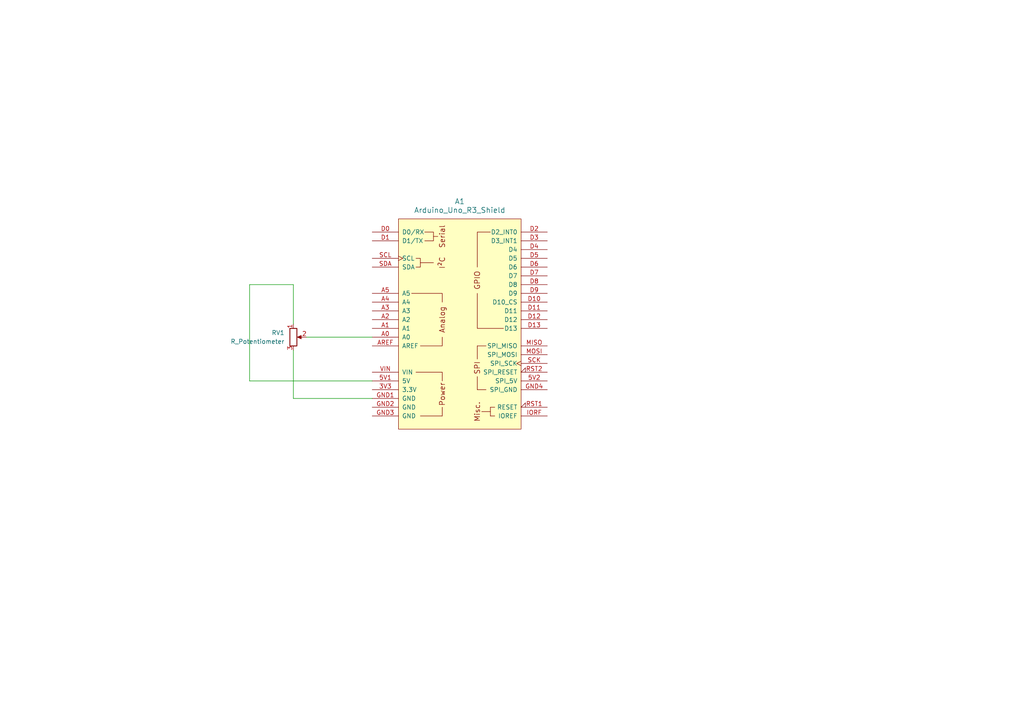
<source format=kicad_sch>
(kicad_sch (version 20231120) (generator "eeschema") (generator_version "8.0")
  (paper "A4")
  (lib_symbols
    (symbol "Arduino:Arduino_Uno_R3_Shield" (pin_names (offset 1.016))
      (property "Reference" "A" (at 0 36.83 0))
      (property "Value" "Arduino_Uno_R3_Shield" (at 0 33.02 0))
      (symbol "Arduino_Uno_R3_Shield_0_0"
        (rectangle (start -17.78 30.48) (end 17.78 -30.48) (fill (type background)))
        (rectangle (start -12.7 -13.97) (end -5.08 -13.97))
        (rectangle (start -11.43 -26.67) (end -5.08 -26.67))
        (polyline (pts (xy -11.43 17.78) (xy -7.62 17.78)))
        (polyline (pts (xy -7.62 25.4) (xy -6.35 25.4)))
        (polyline (pts (xy -5.08 -26.67) (xy -5.08 -24.13)))
        (polyline (pts (xy -5.08 -15.24) (xy -5.08 -16.51)))
        (polyline (pts (xy -5.08 -13.97) (xy -5.08 -15.24)))
        (polyline (pts (xy -5.08 -3.81) (xy -5.08 -6.35) (xy -11.43 -6.35)))
        (polyline (pts (xy -5.08 6.35) (xy -5.08 8.89) (xy -13.97 8.89)))
        (polyline (pts (xy 5.08 8.89) (xy 5.08 -1.27) (xy 12.7 -1.27)))
        (polyline (pts (xy 5.08 16.51) (xy 5.08 26.67) (xy 8.89 26.67)))
        (polyline (pts (xy -12.7 19.05) (xy -11.43 19.05) (xy -11.43 16.51) (xy -12.7 16.51)))
        (polyline (pts (xy -10.16 26.67) (xy -7.62 26.67) (xy -7.62 24.13) (xy -10.16 24.13)))
        (rectangle (start 5.08 -19.05) (end 5.08 -15.24))
        (rectangle (start 5.08 -19.05) (end 7.62 -19.05))
        (rectangle (start 5.08 -10.16) (end 5.08 -6.35))
        (rectangle (start 7.62 -6.35) (end 5.08 -6.35))
        (rectangle (start 8.89 -25.4) (end 6.35 -25.4))
        (rectangle (start 8.89 -24.13) (end 8.89 -26.67))
        (rectangle (start 10.16 -26.67) (end 8.89 -26.67))
        (rectangle (start 10.16 -24.13) (end 8.89 -24.13))
        (text "Analog" (at -5.08 1.27 900) (effects (font (size 1.524 1.524))))
        (text "I²C" (at -5.08 17.78 900) (effects (font (size 1.524 1.524))))
        (text "Misc." (at 5.08 -25.4 900) (effects (font (size 1.524 1.524))))
        (text "Power" (at -5.08 -20.32 900) (effects (font (size 1.524 1.524))))
        (text "Serial" (at -5.08 25.4 900) (effects (font (size 1.524 1.524))))
        (text "SPI" (at 5.08 -12.7 900) (effects (font (size 1.524 1.524))))
      )
      (symbol "Arduino_Uno_R3_Shield_1_0"
        (text "GPIO" (at 5.08 12.7 900) (effects (font (size 1.524 1.524))))
      )
      (symbol "Arduino_Uno_R3_Shield_1_1"
        (pin power_out line (at -25.4 -19.05 0) (length 7.62) (name "3.3V") (number "3V3"))
        (pin power_in line (at -25.4 -16.51 0) (length 7.62) (name "5V") (number "5V1"))
        (pin power_in line (at 25.4 -16.51 180) (length 7.62) (name "SPI_5V") (number "5V2"))
        (pin bidirectional line (at -25.4 -3.81 0) (length 7.62) (name "A0") (number "A0"))
        (pin bidirectional line (at -25.4 -1.27 0) (length 7.62) (name "A1") (number "A1"))
        (pin bidirectional line (at -25.4 1.27 0) (length 7.62) (name "A2") (number "A2"))
        (pin bidirectional line (at -25.4 3.81 0) (length 7.62) (name "A3") (number "A3"))
        (pin bidirectional line (at -25.4 6.35 0) (length 7.62) (name "A4") (number "A4"))
        (pin bidirectional line (at -25.4 8.89 0) (length 7.62) (name "A5") (number "A5"))
        (pin input line (at -25.4 -6.35 0) (length 7.62) (name "AREF") (number "AREF"))
        (pin bidirectional line (at -25.4 26.67 0) (length 7.62) (name "D0/RX") (number "D0"))
        (pin bidirectional line (at -25.4 24.13 0) (length 7.62) (name "D1/TX") (number "D1"))
        (pin bidirectional line (at 25.4 6.35 180) (length 7.62) (name "D10_CS") (number "D10"))
        (pin bidirectional line (at 25.4 3.81 180) (length 7.62) (name "D11") (number "D11"))
        (pin bidirectional line (at 25.4 1.27 180) (length 7.62) (name "D12") (number "D12"))
        (pin bidirectional line (at 25.4 -1.27 180) (length 7.62) (name "D13") (number "D13"))
        (pin bidirectional line (at 25.4 26.67 180) (length 7.62) (name "D2_INT0") (number "D2"))
        (pin bidirectional line (at 25.4 24.13 180) (length 7.62) (name "D3_INT1") (number "D3"))
        (pin bidirectional line (at 25.4 21.59 180) (length 7.62) (name "D4") (number "D4"))
        (pin bidirectional line (at 25.4 19.05 180) (length 7.62) (name "D5") (number "D5"))
        (pin bidirectional line (at 25.4 16.51 180) (length 7.62) (name "D6") (number "D6"))
        (pin bidirectional line (at 25.4 13.97 180) (length 7.62) (name "D7") (number "D7"))
        (pin bidirectional line (at 25.4 11.43 180) (length 7.62) (name "D8") (number "D8"))
        (pin bidirectional line (at 25.4 8.89 180) (length 7.62) (name "D9") (number "D9"))
        (pin power_in line (at -25.4 -21.59 0) (length 7.62) (name "GND") (number "GND1"))
        (pin power_in line (at -25.4 -24.13 0) (length 7.62) (name "GND") (number "GND2"))
        (pin power_in line (at -25.4 -26.67 0) (length 7.62) (name "GND") (number "GND3"))
        (pin power_in line (at 25.4 -19.05 180) (length 7.62) (name "SPI_GND") (number "GND4"))
        (pin output line (at 25.4 -26.67 180) (length 7.62) (name "IOREF") (number "IORF"))
        (pin input line (at 25.4 -6.35 180) (length 7.62) (name "SPI_MISO") (number "MISO"))
        (pin output line (at 25.4 -8.89 180) (length 7.62) (name "SPI_MOSI") (number "MOSI"))
        (pin open_collector input_low (at 25.4 -24.13 180) (length 7.62) (name "RESET") (number "RST1"))
        (pin open_collector input_low (at 25.4 -13.97 180) (length 7.62) (name "SPI_RESET") (number "RST2"))
        (pin output clock (at 25.4 -11.43 180) (length 7.62) (name "SPI_SCK") (number "SCK"))
        (pin bidirectional clock (at -25.4 19.05 0) (length 7.62) (name "SCL") (number "SCL"))
        (pin bidirectional line (at -25.4 16.51 0) (length 7.62) (name "SDA") (number "SDA"))
        (pin power_in line (at -25.4 -13.97 0) (length 7.62) (name "VIN") (number "VIN"))
      )
    )
    (symbol "Device:R_Potentiometer" (pin_names (offset 1.016) hide)
      (property "Reference" "RV" (at -4.445 0 90))
      (property "Value" "R_Potentiometer" (at -2.54 0 90))
      (symbol "R_Potentiometer_0_1"
        (polyline (pts (xy 2.54 0) (xy 1.524 0)))
        (polyline (pts (xy 1.143 0) (xy 2.286 0.508) (xy 2.286 -0.508) (xy 1.143 0)) (fill (type outline)))
        (rectangle (start 1.016 2.54) (end -1.016 -2.54) (stroke (width 0.254)))
      )
      (symbol "R_Potentiometer_1_1"
        (pin passive line (at 0 3.81 270) (length 1.27) (name "1") (number "1"))
        (pin passive line (at 3.81 0 180) (length 1.27) (name "2") (number "2"))
        (pin passive line (at 0 -3.81 90) (length 1.27) (name "3") (number "3"))
      )
    )
  )
  (wire (pts (xy 85.09 82.55) (xy 72.39 82.55)))
  (wire (pts (xy 85.09 115.57) (xy 85.09 101.6)))
  (wire (pts (xy 107.95 115.57) (xy 85.09 115.57)))
  (wire (pts (xy 88.9 97.79) (xy 107.95 97.79)))
  (wire (pts (xy 72.39 82.55) (xy 72.39 110.49)))
  (wire (pts (xy 85.09 93.98) (xy 85.09 82.55)))
  (wire (pts (xy 72.39 110.49) (xy 107.95 110.49)))
  (symbol (lib_id "Arduino:Arduino_Uno_R3_Shield") (at 133.35 93.98 0) (unit 1)
    (property "Reference" "A1" (at 133.35 58.42 0) (effects (font (size 1.524 1.524))))
    (property "Value" "Arduino_Uno_R3_Shield" (at 133.35 60.96 0) (effects (font (size 1.524 1.524))))
    (property "Footprint" "PCM_arduino-library:Arduino_Uno_R3_Shield" (effects (hide yes)))
    (property "Datasheet" "https://docs.arduino.cc/hardware/uno-rev3" (effects (hide yes)))
    (property "Description" "Shield for Arduino Uno R3" (effects (hide yes)))
  )
  (symbol (lib_id "Device:R_Potentiometer") (at 85.09 97.79 0) (unit 1)
    (property "Reference" "RV1" (at 82.55 96.5199 0) (effects (justify right)))
    (property "Value" "R_Potentiometer" (at 82.55 99.0599 0) (effects (justify right)))
    (property "Description" "Potentiometer" (effects (hide yes)))
  )
)
</source>
